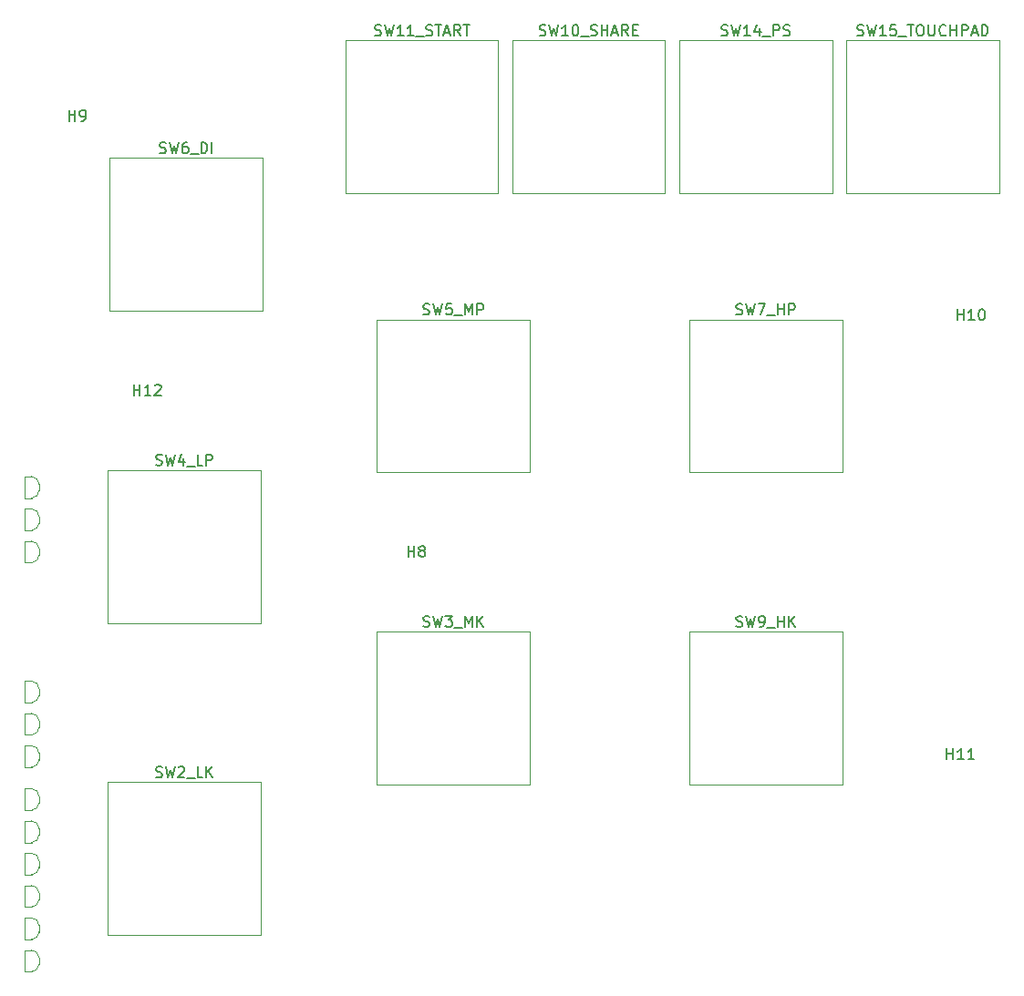
<source format=gbr>
%TF.GenerationSoftware,KiCad,Pcbnew,8.0.4*%
%TF.CreationDate,2024-07-29T15:22:08-07:00*%
%TF.ProjectId,3board_b,33626f61-7264-45f6-922e-6b696361645f,rev?*%
%TF.SameCoordinates,Original*%
%TF.FileFunction,Legend,Top*%
%TF.FilePolarity,Positive*%
%FSLAX46Y46*%
G04 Gerber Fmt 4.6, Leading zero omitted, Abs format (unit mm)*
G04 Created by KiCad (PCBNEW 8.0.4) date 2024-07-29 15:22:08*
%MOMM*%
%LPD*%
G01*
G04 APERTURE LIST*
G04 Aperture macros list*
%AMFreePoly0*
4,1,19,0.000000,0.744911,0.071157,0.744911,0.207708,0.704816,0.327430,0.627875,0.420627,0.520320,0.479746,0.390866,0.500000,0.250000,0.500000,-0.250000,0.479746,-0.390866,0.420627,-0.520320,0.327430,-0.627875,0.207708,-0.704816,0.071157,-0.744911,0.000000,-0.744911,0.000000,-0.750000,-0.500000,-0.750000,-0.500000,0.750000,0.000000,0.750000,0.000000,0.744911,0.000000,0.744911,
$1*%
G04 Aperture macros list end*
%ADD10C,0.150000*%
%ADD11C,0.120000*%
%ADD12C,1.750000*%
%ADD13C,3.050000*%
%ADD14C,4.000000*%
%ADD15C,2.500000*%
%ADD16FreePoly0,0.000000*%
%ADD17C,3.200000*%
G04 APERTURE END LIST*
D10*
X114549895Y-61407200D02*
X114692752Y-61454819D01*
X114692752Y-61454819D02*
X114930847Y-61454819D01*
X114930847Y-61454819D02*
X115026085Y-61407200D01*
X115026085Y-61407200D02*
X115073704Y-61359580D01*
X115073704Y-61359580D02*
X115121323Y-61264342D01*
X115121323Y-61264342D02*
X115121323Y-61169104D01*
X115121323Y-61169104D02*
X115073704Y-61073866D01*
X115073704Y-61073866D02*
X115026085Y-61026247D01*
X115026085Y-61026247D02*
X114930847Y-60978628D01*
X114930847Y-60978628D02*
X114740371Y-60931009D01*
X114740371Y-60931009D02*
X114645133Y-60883390D01*
X114645133Y-60883390D02*
X114597514Y-60835771D01*
X114597514Y-60835771D02*
X114549895Y-60740533D01*
X114549895Y-60740533D02*
X114549895Y-60645295D01*
X114549895Y-60645295D02*
X114597514Y-60550057D01*
X114597514Y-60550057D02*
X114645133Y-60502438D01*
X114645133Y-60502438D02*
X114740371Y-60454819D01*
X114740371Y-60454819D02*
X114978466Y-60454819D01*
X114978466Y-60454819D02*
X115121323Y-60502438D01*
X115454657Y-60454819D02*
X115692752Y-61454819D01*
X115692752Y-61454819D02*
X115883228Y-60740533D01*
X115883228Y-60740533D02*
X116073704Y-61454819D01*
X116073704Y-61454819D02*
X116311800Y-60454819D01*
X117121323Y-60788152D02*
X117121323Y-61454819D01*
X116883228Y-60407200D02*
X116645133Y-61121485D01*
X116645133Y-61121485D02*
X117264180Y-61121485D01*
X117407038Y-61550057D02*
X118168942Y-61550057D01*
X118883228Y-61454819D02*
X118407038Y-61454819D01*
X118407038Y-61454819D02*
X118407038Y-60454819D01*
X119216562Y-61454819D02*
X119216562Y-60454819D01*
X119216562Y-60454819D02*
X119597514Y-60454819D01*
X119597514Y-60454819D02*
X119692752Y-60502438D01*
X119692752Y-60502438D02*
X119740371Y-60550057D01*
X119740371Y-60550057D02*
X119787990Y-60645295D01*
X119787990Y-60645295D02*
X119787990Y-60788152D01*
X119787990Y-60788152D02*
X119740371Y-60883390D01*
X119740371Y-60883390D02*
X119692752Y-60931009D01*
X119692752Y-60931009D02*
X119597514Y-60978628D01*
X119597514Y-60978628D02*
X119216562Y-60978628D01*
X179663571Y-21487200D02*
X179806428Y-21534819D01*
X179806428Y-21534819D02*
X180044523Y-21534819D01*
X180044523Y-21534819D02*
X180139761Y-21487200D01*
X180139761Y-21487200D02*
X180187380Y-21439580D01*
X180187380Y-21439580D02*
X180234999Y-21344342D01*
X180234999Y-21344342D02*
X180234999Y-21249104D01*
X180234999Y-21249104D02*
X180187380Y-21153866D01*
X180187380Y-21153866D02*
X180139761Y-21106247D01*
X180139761Y-21106247D02*
X180044523Y-21058628D01*
X180044523Y-21058628D02*
X179854047Y-21011009D01*
X179854047Y-21011009D02*
X179758809Y-20963390D01*
X179758809Y-20963390D02*
X179711190Y-20915771D01*
X179711190Y-20915771D02*
X179663571Y-20820533D01*
X179663571Y-20820533D02*
X179663571Y-20725295D01*
X179663571Y-20725295D02*
X179711190Y-20630057D01*
X179711190Y-20630057D02*
X179758809Y-20582438D01*
X179758809Y-20582438D02*
X179854047Y-20534819D01*
X179854047Y-20534819D02*
X180092142Y-20534819D01*
X180092142Y-20534819D02*
X180234999Y-20582438D01*
X180568333Y-20534819D02*
X180806428Y-21534819D01*
X180806428Y-21534819D02*
X180996904Y-20820533D01*
X180996904Y-20820533D02*
X181187380Y-21534819D01*
X181187380Y-21534819D02*
X181425476Y-20534819D01*
X182330237Y-21534819D02*
X181758809Y-21534819D01*
X182044523Y-21534819D02*
X182044523Y-20534819D01*
X182044523Y-20534819D02*
X181949285Y-20677676D01*
X181949285Y-20677676D02*
X181854047Y-20772914D01*
X181854047Y-20772914D02*
X181758809Y-20820533D01*
X183234999Y-20534819D02*
X182758809Y-20534819D01*
X182758809Y-20534819D02*
X182711190Y-21011009D01*
X182711190Y-21011009D02*
X182758809Y-20963390D01*
X182758809Y-20963390D02*
X182854047Y-20915771D01*
X182854047Y-20915771D02*
X183092142Y-20915771D01*
X183092142Y-20915771D02*
X183187380Y-20963390D01*
X183187380Y-20963390D02*
X183234999Y-21011009D01*
X183234999Y-21011009D02*
X183282618Y-21106247D01*
X183282618Y-21106247D02*
X183282618Y-21344342D01*
X183282618Y-21344342D02*
X183234999Y-21439580D01*
X183234999Y-21439580D02*
X183187380Y-21487200D01*
X183187380Y-21487200D02*
X183092142Y-21534819D01*
X183092142Y-21534819D02*
X182854047Y-21534819D01*
X182854047Y-21534819D02*
X182758809Y-21487200D01*
X182758809Y-21487200D02*
X182711190Y-21439580D01*
X183473095Y-21630057D02*
X184234999Y-21630057D01*
X184330238Y-20534819D02*
X184901666Y-20534819D01*
X184615952Y-21534819D02*
X184615952Y-20534819D01*
X185425476Y-20534819D02*
X185615952Y-20534819D01*
X185615952Y-20534819D02*
X185711190Y-20582438D01*
X185711190Y-20582438D02*
X185806428Y-20677676D01*
X185806428Y-20677676D02*
X185854047Y-20868152D01*
X185854047Y-20868152D02*
X185854047Y-21201485D01*
X185854047Y-21201485D02*
X185806428Y-21391961D01*
X185806428Y-21391961D02*
X185711190Y-21487200D01*
X185711190Y-21487200D02*
X185615952Y-21534819D01*
X185615952Y-21534819D02*
X185425476Y-21534819D01*
X185425476Y-21534819D02*
X185330238Y-21487200D01*
X185330238Y-21487200D02*
X185235000Y-21391961D01*
X185235000Y-21391961D02*
X185187381Y-21201485D01*
X185187381Y-21201485D02*
X185187381Y-20868152D01*
X185187381Y-20868152D02*
X185235000Y-20677676D01*
X185235000Y-20677676D02*
X185330238Y-20582438D01*
X185330238Y-20582438D02*
X185425476Y-20534819D01*
X186282619Y-20534819D02*
X186282619Y-21344342D01*
X186282619Y-21344342D02*
X186330238Y-21439580D01*
X186330238Y-21439580D02*
X186377857Y-21487200D01*
X186377857Y-21487200D02*
X186473095Y-21534819D01*
X186473095Y-21534819D02*
X186663571Y-21534819D01*
X186663571Y-21534819D02*
X186758809Y-21487200D01*
X186758809Y-21487200D02*
X186806428Y-21439580D01*
X186806428Y-21439580D02*
X186854047Y-21344342D01*
X186854047Y-21344342D02*
X186854047Y-20534819D01*
X187901666Y-21439580D02*
X187854047Y-21487200D01*
X187854047Y-21487200D02*
X187711190Y-21534819D01*
X187711190Y-21534819D02*
X187615952Y-21534819D01*
X187615952Y-21534819D02*
X187473095Y-21487200D01*
X187473095Y-21487200D02*
X187377857Y-21391961D01*
X187377857Y-21391961D02*
X187330238Y-21296723D01*
X187330238Y-21296723D02*
X187282619Y-21106247D01*
X187282619Y-21106247D02*
X187282619Y-20963390D01*
X187282619Y-20963390D02*
X187330238Y-20772914D01*
X187330238Y-20772914D02*
X187377857Y-20677676D01*
X187377857Y-20677676D02*
X187473095Y-20582438D01*
X187473095Y-20582438D02*
X187615952Y-20534819D01*
X187615952Y-20534819D02*
X187711190Y-20534819D01*
X187711190Y-20534819D02*
X187854047Y-20582438D01*
X187854047Y-20582438D02*
X187901666Y-20630057D01*
X188330238Y-21534819D02*
X188330238Y-20534819D01*
X188330238Y-21011009D02*
X188901666Y-21011009D01*
X188901666Y-21534819D02*
X188901666Y-20534819D01*
X189377857Y-21534819D02*
X189377857Y-20534819D01*
X189377857Y-20534819D02*
X189758809Y-20534819D01*
X189758809Y-20534819D02*
X189854047Y-20582438D01*
X189854047Y-20582438D02*
X189901666Y-20630057D01*
X189901666Y-20630057D02*
X189949285Y-20725295D01*
X189949285Y-20725295D02*
X189949285Y-20868152D01*
X189949285Y-20868152D02*
X189901666Y-20963390D01*
X189901666Y-20963390D02*
X189854047Y-21011009D01*
X189854047Y-21011009D02*
X189758809Y-21058628D01*
X189758809Y-21058628D02*
X189377857Y-21058628D01*
X190330238Y-21249104D02*
X190806428Y-21249104D01*
X190235000Y-21534819D02*
X190568333Y-20534819D01*
X190568333Y-20534819D02*
X190901666Y-21534819D01*
X191235000Y-21534819D02*
X191235000Y-20534819D01*
X191235000Y-20534819D02*
X191473095Y-20534819D01*
X191473095Y-20534819D02*
X191615952Y-20582438D01*
X191615952Y-20582438D02*
X191711190Y-20677676D01*
X191711190Y-20677676D02*
X191758809Y-20772914D01*
X191758809Y-20772914D02*
X191806428Y-20963390D01*
X191806428Y-20963390D02*
X191806428Y-21106247D01*
X191806428Y-21106247D02*
X191758809Y-21296723D01*
X191758809Y-21296723D02*
X191711190Y-21391961D01*
X191711190Y-21391961D02*
X191615952Y-21487200D01*
X191615952Y-21487200D02*
X191473095Y-21534819D01*
X191473095Y-21534819D02*
X191235000Y-21534819D01*
X150163571Y-21487200D02*
X150306428Y-21534819D01*
X150306428Y-21534819D02*
X150544523Y-21534819D01*
X150544523Y-21534819D02*
X150639761Y-21487200D01*
X150639761Y-21487200D02*
X150687380Y-21439580D01*
X150687380Y-21439580D02*
X150734999Y-21344342D01*
X150734999Y-21344342D02*
X150734999Y-21249104D01*
X150734999Y-21249104D02*
X150687380Y-21153866D01*
X150687380Y-21153866D02*
X150639761Y-21106247D01*
X150639761Y-21106247D02*
X150544523Y-21058628D01*
X150544523Y-21058628D02*
X150354047Y-21011009D01*
X150354047Y-21011009D02*
X150258809Y-20963390D01*
X150258809Y-20963390D02*
X150211190Y-20915771D01*
X150211190Y-20915771D02*
X150163571Y-20820533D01*
X150163571Y-20820533D02*
X150163571Y-20725295D01*
X150163571Y-20725295D02*
X150211190Y-20630057D01*
X150211190Y-20630057D02*
X150258809Y-20582438D01*
X150258809Y-20582438D02*
X150354047Y-20534819D01*
X150354047Y-20534819D02*
X150592142Y-20534819D01*
X150592142Y-20534819D02*
X150734999Y-20582438D01*
X151068333Y-20534819D02*
X151306428Y-21534819D01*
X151306428Y-21534819D02*
X151496904Y-20820533D01*
X151496904Y-20820533D02*
X151687380Y-21534819D01*
X151687380Y-21534819D02*
X151925476Y-20534819D01*
X152830237Y-21534819D02*
X152258809Y-21534819D01*
X152544523Y-21534819D02*
X152544523Y-20534819D01*
X152544523Y-20534819D02*
X152449285Y-20677676D01*
X152449285Y-20677676D02*
X152354047Y-20772914D01*
X152354047Y-20772914D02*
X152258809Y-20820533D01*
X153449285Y-20534819D02*
X153544523Y-20534819D01*
X153544523Y-20534819D02*
X153639761Y-20582438D01*
X153639761Y-20582438D02*
X153687380Y-20630057D01*
X153687380Y-20630057D02*
X153734999Y-20725295D01*
X153734999Y-20725295D02*
X153782618Y-20915771D01*
X153782618Y-20915771D02*
X153782618Y-21153866D01*
X153782618Y-21153866D02*
X153734999Y-21344342D01*
X153734999Y-21344342D02*
X153687380Y-21439580D01*
X153687380Y-21439580D02*
X153639761Y-21487200D01*
X153639761Y-21487200D02*
X153544523Y-21534819D01*
X153544523Y-21534819D02*
X153449285Y-21534819D01*
X153449285Y-21534819D02*
X153354047Y-21487200D01*
X153354047Y-21487200D02*
X153306428Y-21439580D01*
X153306428Y-21439580D02*
X153258809Y-21344342D01*
X153258809Y-21344342D02*
X153211190Y-21153866D01*
X153211190Y-21153866D02*
X153211190Y-20915771D01*
X153211190Y-20915771D02*
X153258809Y-20725295D01*
X153258809Y-20725295D02*
X153306428Y-20630057D01*
X153306428Y-20630057D02*
X153354047Y-20582438D01*
X153354047Y-20582438D02*
X153449285Y-20534819D01*
X153973095Y-21630057D02*
X154734999Y-21630057D01*
X154925476Y-21487200D02*
X155068333Y-21534819D01*
X155068333Y-21534819D02*
X155306428Y-21534819D01*
X155306428Y-21534819D02*
X155401666Y-21487200D01*
X155401666Y-21487200D02*
X155449285Y-21439580D01*
X155449285Y-21439580D02*
X155496904Y-21344342D01*
X155496904Y-21344342D02*
X155496904Y-21249104D01*
X155496904Y-21249104D02*
X155449285Y-21153866D01*
X155449285Y-21153866D02*
X155401666Y-21106247D01*
X155401666Y-21106247D02*
X155306428Y-21058628D01*
X155306428Y-21058628D02*
X155115952Y-21011009D01*
X155115952Y-21011009D02*
X155020714Y-20963390D01*
X155020714Y-20963390D02*
X154973095Y-20915771D01*
X154973095Y-20915771D02*
X154925476Y-20820533D01*
X154925476Y-20820533D02*
X154925476Y-20725295D01*
X154925476Y-20725295D02*
X154973095Y-20630057D01*
X154973095Y-20630057D02*
X155020714Y-20582438D01*
X155020714Y-20582438D02*
X155115952Y-20534819D01*
X155115952Y-20534819D02*
X155354047Y-20534819D01*
X155354047Y-20534819D02*
X155496904Y-20582438D01*
X155925476Y-21534819D02*
X155925476Y-20534819D01*
X155925476Y-21011009D02*
X156496904Y-21011009D01*
X156496904Y-21534819D02*
X156496904Y-20534819D01*
X156925476Y-21249104D02*
X157401666Y-21249104D01*
X156830238Y-21534819D02*
X157163571Y-20534819D01*
X157163571Y-20534819D02*
X157496904Y-21534819D01*
X158401666Y-21534819D02*
X158068333Y-21058628D01*
X157830238Y-21534819D02*
X157830238Y-20534819D01*
X157830238Y-20534819D02*
X158211190Y-20534819D01*
X158211190Y-20534819D02*
X158306428Y-20582438D01*
X158306428Y-20582438D02*
X158354047Y-20630057D01*
X158354047Y-20630057D02*
X158401666Y-20725295D01*
X158401666Y-20725295D02*
X158401666Y-20868152D01*
X158401666Y-20868152D02*
X158354047Y-20963390D01*
X158354047Y-20963390D02*
X158306428Y-21011009D01*
X158306428Y-21011009D02*
X158211190Y-21058628D01*
X158211190Y-21058628D02*
X157830238Y-21058628D01*
X158830238Y-21011009D02*
X159163571Y-21011009D01*
X159306428Y-21534819D02*
X158830238Y-21534819D01*
X158830238Y-21534819D02*
X158830238Y-20534819D01*
X158830238Y-20534819D02*
X159306428Y-20534819D01*
X112496905Y-54954819D02*
X112496905Y-53954819D01*
X112496905Y-54431009D02*
X113068333Y-54431009D01*
X113068333Y-54954819D02*
X113068333Y-53954819D01*
X114068333Y-54954819D02*
X113496905Y-54954819D01*
X113782619Y-54954819D02*
X113782619Y-53954819D01*
X113782619Y-53954819D02*
X113687381Y-54097676D01*
X113687381Y-54097676D02*
X113592143Y-54192914D01*
X113592143Y-54192914D02*
X113496905Y-54240533D01*
X114449286Y-54050057D02*
X114496905Y-54002438D01*
X114496905Y-54002438D02*
X114592143Y-53954819D01*
X114592143Y-53954819D02*
X114830238Y-53954819D01*
X114830238Y-53954819D02*
X114925476Y-54002438D01*
X114925476Y-54002438D02*
X114973095Y-54050057D01*
X114973095Y-54050057D02*
X115020714Y-54145295D01*
X115020714Y-54145295D02*
X115020714Y-54240533D01*
X115020714Y-54240533D02*
X114973095Y-54383390D01*
X114973095Y-54383390D02*
X114401667Y-54954819D01*
X114401667Y-54954819D02*
X115020714Y-54954819D01*
X168430848Y-76407200D02*
X168573705Y-76454819D01*
X168573705Y-76454819D02*
X168811800Y-76454819D01*
X168811800Y-76454819D02*
X168907038Y-76407200D01*
X168907038Y-76407200D02*
X168954657Y-76359580D01*
X168954657Y-76359580D02*
X169002276Y-76264342D01*
X169002276Y-76264342D02*
X169002276Y-76169104D01*
X169002276Y-76169104D02*
X168954657Y-76073866D01*
X168954657Y-76073866D02*
X168907038Y-76026247D01*
X168907038Y-76026247D02*
X168811800Y-75978628D01*
X168811800Y-75978628D02*
X168621324Y-75931009D01*
X168621324Y-75931009D02*
X168526086Y-75883390D01*
X168526086Y-75883390D02*
X168478467Y-75835771D01*
X168478467Y-75835771D02*
X168430848Y-75740533D01*
X168430848Y-75740533D02*
X168430848Y-75645295D01*
X168430848Y-75645295D02*
X168478467Y-75550057D01*
X168478467Y-75550057D02*
X168526086Y-75502438D01*
X168526086Y-75502438D02*
X168621324Y-75454819D01*
X168621324Y-75454819D02*
X168859419Y-75454819D01*
X168859419Y-75454819D02*
X169002276Y-75502438D01*
X169335610Y-75454819D02*
X169573705Y-76454819D01*
X169573705Y-76454819D02*
X169764181Y-75740533D01*
X169764181Y-75740533D02*
X169954657Y-76454819D01*
X169954657Y-76454819D02*
X170192753Y-75454819D01*
X170621324Y-76454819D02*
X170811800Y-76454819D01*
X170811800Y-76454819D02*
X170907038Y-76407200D01*
X170907038Y-76407200D02*
X170954657Y-76359580D01*
X170954657Y-76359580D02*
X171049895Y-76216723D01*
X171049895Y-76216723D02*
X171097514Y-76026247D01*
X171097514Y-76026247D02*
X171097514Y-75645295D01*
X171097514Y-75645295D02*
X171049895Y-75550057D01*
X171049895Y-75550057D02*
X171002276Y-75502438D01*
X171002276Y-75502438D02*
X170907038Y-75454819D01*
X170907038Y-75454819D02*
X170716562Y-75454819D01*
X170716562Y-75454819D02*
X170621324Y-75502438D01*
X170621324Y-75502438D02*
X170573705Y-75550057D01*
X170573705Y-75550057D02*
X170526086Y-75645295D01*
X170526086Y-75645295D02*
X170526086Y-75883390D01*
X170526086Y-75883390D02*
X170573705Y-75978628D01*
X170573705Y-75978628D02*
X170621324Y-76026247D01*
X170621324Y-76026247D02*
X170716562Y-76073866D01*
X170716562Y-76073866D02*
X170907038Y-76073866D01*
X170907038Y-76073866D02*
X171002276Y-76026247D01*
X171002276Y-76026247D02*
X171049895Y-75978628D01*
X171049895Y-75978628D02*
X171097514Y-75883390D01*
X171287991Y-76550057D02*
X172049895Y-76550057D01*
X172287991Y-76454819D02*
X172287991Y-75454819D01*
X172287991Y-75931009D02*
X172859419Y-75931009D01*
X172859419Y-76454819D02*
X172859419Y-75454819D01*
X173335610Y-76454819D02*
X173335610Y-75454819D01*
X173907038Y-76454819D02*
X173478467Y-75883390D01*
X173907038Y-75454819D02*
X173335610Y-76026247D01*
X139383229Y-76407200D02*
X139526086Y-76454819D01*
X139526086Y-76454819D02*
X139764181Y-76454819D01*
X139764181Y-76454819D02*
X139859419Y-76407200D01*
X139859419Y-76407200D02*
X139907038Y-76359580D01*
X139907038Y-76359580D02*
X139954657Y-76264342D01*
X139954657Y-76264342D02*
X139954657Y-76169104D01*
X139954657Y-76169104D02*
X139907038Y-76073866D01*
X139907038Y-76073866D02*
X139859419Y-76026247D01*
X139859419Y-76026247D02*
X139764181Y-75978628D01*
X139764181Y-75978628D02*
X139573705Y-75931009D01*
X139573705Y-75931009D02*
X139478467Y-75883390D01*
X139478467Y-75883390D02*
X139430848Y-75835771D01*
X139430848Y-75835771D02*
X139383229Y-75740533D01*
X139383229Y-75740533D02*
X139383229Y-75645295D01*
X139383229Y-75645295D02*
X139430848Y-75550057D01*
X139430848Y-75550057D02*
X139478467Y-75502438D01*
X139478467Y-75502438D02*
X139573705Y-75454819D01*
X139573705Y-75454819D02*
X139811800Y-75454819D01*
X139811800Y-75454819D02*
X139954657Y-75502438D01*
X140287991Y-75454819D02*
X140526086Y-76454819D01*
X140526086Y-76454819D02*
X140716562Y-75740533D01*
X140716562Y-75740533D02*
X140907038Y-76454819D01*
X140907038Y-76454819D02*
X141145134Y-75454819D01*
X141430848Y-75454819D02*
X142049895Y-75454819D01*
X142049895Y-75454819D02*
X141716562Y-75835771D01*
X141716562Y-75835771D02*
X141859419Y-75835771D01*
X141859419Y-75835771D02*
X141954657Y-75883390D01*
X141954657Y-75883390D02*
X142002276Y-75931009D01*
X142002276Y-75931009D02*
X142049895Y-76026247D01*
X142049895Y-76026247D02*
X142049895Y-76264342D01*
X142049895Y-76264342D02*
X142002276Y-76359580D01*
X142002276Y-76359580D02*
X141954657Y-76407200D01*
X141954657Y-76407200D02*
X141859419Y-76454819D01*
X141859419Y-76454819D02*
X141573705Y-76454819D01*
X141573705Y-76454819D02*
X141478467Y-76407200D01*
X141478467Y-76407200D02*
X141430848Y-76359580D01*
X142240372Y-76550057D02*
X143002276Y-76550057D01*
X143240372Y-76454819D02*
X143240372Y-75454819D01*
X143240372Y-75454819D02*
X143573705Y-76169104D01*
X143573705Y-76169104D02*
X143907038Y-75454819D01*
X143907038Y-75454819D02*
X143907038Y-76454819D01*
X144383229Y-76454819D02*
X144383229Y-75454819D01*
X144954657Y-76454819D02*
X144526086Y-75883390D01*
X144954657Y-75454819D02*
X144383229Y-76026247D01*
X114549895Y-90407200D02*
X114692752Y-90454819D01*
X114692752Y-90454819D02*
X114930847Y-90454819D01*
X114930847Y-90454819D02*
X115026085Y-90407200D01*
X115026085Y-90407200D02*
X115073704Y-90359580D01*
X115073704Y-90359580D02*
X115121323Y-90264342D01*
X115121323Y-90264342D02*
X115121323Y-90169104D01*
X115121323Y-90169104D02*
X115073704Y-90073866D01*
X115073704Y-90073866D02*
X115026085Y-90026247D01*
X115026085Y-90026247D02*
X114930847Y-89978628D01*
X114930847Y-89978628D02*
X114740371Y-89931009D01*
X114740371Y-89931009D02*
X114645133Y-89883390D01*
X114645133Y-89883390D02*
X114597514Y-89835771D01*
X114597514Y-89835771D02*
X114549895Y-89740533D01*
X114549895Y-89740533D02*
X114549895Y-89645295D01*
X114549895Y-89645295D02*
X114597514Y-89550057D01*
X114597514Y-89550057D02*
X114645133Y-89502438D01*
X114645133Y-89502438D02*
X114740371Y-89454819D01*
X114740371Y-89454819D02*
X114978466Y-89454819D01*
X114978466Y-89454819D02*
X115121323Y-89502438D01*
X115454657Y-89454819D02*
X115692752Y-90454819D01*
X115692752Y-90454819D02*
X115883228Y-89740533D01*
X115883228Y-89740533D02*
X116073704Y-90454819D01*
X116073704Y-90454819D02*
X116311800Y-89454819D01*
X116645133Y-89550057D02*
X116692752Y-89502438D01*
X116692752Y-89502438D02*
X116787990Y-89454819D01*
X116787990Y-89454819D02*
X117026085Y-89454819D01*
X117026085Y-89454819D02*
X117121323Y-89502438D01*
X117121323Y-89502438D02*
X117168942Y-89550057D01*
X117168942Y-89550057D02*
X117216561Y-89645295D01*
X117216561Y-89645295D02*
X117216561Y-89740533D01*
X117216561Y-89740533D02*
X117168942Y-89883390D01*
X117168942Y-89883390D02*
X116597514Y-90454819D01*
X116597514Y-90454819D02*
X117216561Y-90454819D01*
X117407038Y-90550057D02*
X118168942Y-90550057D01*
X118883228Y-90454819D02*
X118407038Y-90454819D01*
X118407038Y-90454819D02*
X118407038Y-89454819D01*
X119216562Y-90454819D02*
X119216562Y-89454819D01*
X119787990Y-90454819D02*
X119359419Y-89883390D01*
X119787990Y-89454819D02*
X119216562Y-90026247D01*
X187996905Y-88754819D02*
X187996905Y-87754819D01*
X187996905Y-88231009D02*
X188568333Y-88231009D01*
X188568333Y-88754819D02*
X188568333Y-87754819D01*
X189568333Y-88754819D02*
X188996905Y-88754819D01*
X189282619Y-88754819D02*
X189282619Y-87754819D01*
X189282619Y-87754819D02*
X189187381Y-87897676D01*
X189187381Y-87897676D02*
X189092143Y-87992914D01*
X189092143Y-87992914D02*
X188996905Y-88040533D01*
X190520714Y-88754819D02*
X189949286Y-88754819D01*
X190235000Y-88754819D02*
X190235000Y-87754819D01*
X190235000Y-87754819D02*
X190139762Y-87897676D01*
X190139762Y-87897676D02*
X190044524Y-87992914D01*
X190044524Y-87992914D02*
X189949286Y-88040533D01*
X137973095Y-69954819D02*
X137973095Y-68954819D01*
X137973095Y-69431009D02*
X138544523Y-69431009D01*
X138544523Y-69954819D02*
X138544523Y-68954819D01*
X139163571Y-69383390D02*
X139068333Y-69335771D01*
X139068333Y-69335771D02*
X139020714Y-69288152D01*
X139020714Y-69288152D02*
X138973095Y-69192914D01*
X138973095Y-69192914D02*
X138973095Y-69145295D01*
X138973095Y-69145295D02*
X139020714Y-69050057D01*
X139020714Y-69050057D02*
X139068333Y-69002438D01*
X139068333Y-69002438D02*
X139163571Y-68954819D01*
X139163571Y-68954819D02*
X139354047Y-68954819D01*
X139354047Y-68954819D02*
X139449285Y-69002438D01*
X139449285Y-69002438D02*
X139496904Y-69050057D01*
X139496904Y-69050057D02*
X139544523Y-69145295D01*
X139544523Y-69145295D02*
X139544523Y-69192914D01*
X139544523Y-69192914D02*
X139496904Y-69288152D01*
X139496904Y-69288152D02*
X139449285Y-69335771D01*
X139449285Y-69335771D02*
X139354047Y-69383390D01*
X139354047Y-69383390D02*
X139163571Y-69383390D01*
X139163571Y-69383390D02*
X139068333Y-69431009D01*
X139068333Y-69431009D02*
X139020714Y-69478628D01*
X139020714Y-69478628D02*
X138973095Y-69573866D01*
X138973095Y-69573866D02*
X138973095Y-69764342D01*
X138973095Y-69764342D02*
X139020714Y-69859580D01*
X139020714Y-69859580D02*
X139068333Y-69907200D01*
X139068333Y-69907200D02*
X139163571Y-69954819D01*
X139163571Y-69954819D02*
X139354047Y-69954819D01*
X139354047Y-69954819D02*
X139449285Y-69907200D01*
X139449285Y-69907200D02*
X139496904Y-69859580D01*
X139496904Y-69859580D02*
X139544523Y-69764342D01*
X139544523Y-69764342D02*
X139544523Y-69573866D01*
X139544523Y-69573866D02*
X139496904Y-69478628D01*
X139496904Y-69478628D02*
X139449285Y-69431009D01*
X139449285Y-69431009D02*
X139354047Y-69383390D01*
X139383229Y-47407200D02*
X139526086Y-47454819D01*
X139526086Y-47454819D02*
X139764181Y-47454819D01*
X139764181Y-47454819D02*
X139859419Y-47407200D01*
X139859419Y-47407200D02*
X139907038Y-47359580D01*
X139907038Y-47359580D02*
X139954657Y-47264342D01*
X139954657Y-47264342D02*
X139954657Y-47169104D01*
X139954657Y-47169104D02*
X139907038Y-47073866D01*
X139907038Y-47073866D02*
X139859419Y-47026247D01*
X139859419Y-47026247D02*
X139764181Y-46978628D01*
X139764181Y-46978628D02*
X139573705Y-46931009D01*
X139573705Y-46931009D02*
X139478467Y-46883390D01*
X139478467Y-46883390D02*
X139430848Y-46835771D01*
X139430848Y-46835771D02*
X139383229Y-46740533D01*
X139383229Y-46740533D02*
X139383229Y-46645295D01*
X139383229Y-46645295D02*
X139430848Y-46550057D01*
X139430848Y-46550057D02*
X139478467Y-46502438D01*
X139478467Y-46502438D02*
X139573705Y-46454819D01*
X139573705Y-46454819D02*
X139811800Y-46454819D01*
X139811800Y-46454819D02*
X139954657Y-46502438D01*
X140287991Y-46454819D02*
X140526086Y-47454819D01*
X140526086Y-47454819D02*
X140716562Y-46740533D01*
X140716562Y-46740533D02*
X140907038Y-47454819D01*
X140907038Y-47454819D02*
X141145134Y-46454819D01*
X142002276Y-46454819D02*
X141526086Y-46454819D01*
X141526086Y-46454819D02*
X141478467Y-46931009D01*
X141478467Y-46931009D02*
X141526086Y-46883390D01*
X141526086Y-46883390D02*
X141621324Y-46835771D01*
X141621324Y-46835771D02*
X141859419Y-46835771D01*
X141859419Y-46835771D02*
X141954657Y-46883390D01*
X141954657Y-46883390D02*
X142002276Y-46931009D01*
X142002276Y-46931009D02*
X142049895Y-47026247D01*
X142049895Y-47026247D02*
X142049895Y-47264342D01*
X142049895Y-47264342D02*
X142002276Y-47359580D01*
X142002276Y-47359580D02*
X141954657Y-47407200D01*
X141954657Y-47407200D02*
X141859419Y-47454819D01*
X141859419Y-47454819D02*
X141621324Y-47454819D01*
X141621324Y-47454819D02*
X141526086Y-47407200D01*
X141526086Y-47407200D02*
X141478467Y-47359580D01*
X142240372Y-47550057D02*
X143002276Y-47550057D01*
X143240372Y-47454819D02*
X143240372Y-46454819D01*
X143240372Y-46454819D02*
X143573705Y-47169104D01*
X143573705Y-47169104D02*
X143907038Y-46454819D01*
X143907038Y-46454819D02*
X143907038Y-47454819D01*
X144383229Y-47454819D02*
X144383229Y-46454819D01*
X144383229Y-46454819D02*
X144764181Y-46454819D01*
X144764181Y-46454819D02*
X144859419Y-46502438D01*
X144859419Y-46502438D02*
X144907038Y-46550057D01*
X144907038Y-46550057D02*
X144954657Y-46645295D01*
X144954657Y-46645295D02*
X144954657Y-46788152D01*
X144954657Y-46788152D02*
X144907038Y-46883390D01*
X144907038Y-46883390D02*
X144859419Y-46931009D01*
X144859419Y-46931009D02*
X144764181Y-46978628D01*
X144764181Y-46978628D02*
X144383229Y-46978628D01*
X167068333Y-21487200D02*
X167211190Y-21534819D01*
X167211190Y-21534819D02*
X167449285Y-21534819D01*
X167449285Y-21534819D02*
X167544523Y-21487200D01*
X167544523Y-21487200D02*
X167592142Y-21439580D01*
X167592142Y-21439580D02*
X167639761Y-21344342D01*
X167639761Y-21344342D02*
X167639761Y-21249104D01*
X167639761Y-21249104D02*
X167592142Y-21153866D01*
X167592142Y-21153866D02*
X167544523Y-21106247D01*
X167544523Y-21106247D02*
X167449285Y-21058628D01*
X167449285Y-21058628D02*
X167258809Y-21011009D01*
X167258809Y-21011009D02*
X167163571Y-20963390D01*
X167163571Y-20963390D02*
X167115952Y-20915771D01*
X167115952Y-20915771D02*
X167068333Y-20820533D01*
X167068333Y-20820533D02*
X167068333Y-20725295D01*
X167068333Y-20725295D02*
X167115952Y-20630057D01*
X167115952Y-20630057D02*
X167163571Y-20582438D01*
X167163571Y-20582438D02*
X167258809Y-20534819D01*
X167258809Y-20534819D02*
X167496904Y-20534819D01*
X167496904Y-20534819D02*
X167639761Y-20582438D01*
X167973095Y-20534819D02*
X168211190Y-21534819D01*
X168211190Y-21534819D02*
X168401666Y-20820533D01*
X168401666Y-20820533D02*
X168592142Y-21534819D01*
X168592142Y-21534819D02*
X168830238Y-20534819D01*
X169734999Y-21534819D02*
X169163571Y-21534819D01*
X169449285Y-21534819D02*
X169449285Y-20534819D01*
X169449285Y-20534819D02*
X169354047Y-20677676D01*
X169354047Y-20677676D02*
X169258809Y-20772914D01*
X169258809Y-20772914D02*
X169163571Y-20820533D01*
X170592142Y-20868152D02*
X170592142Y-21534819D01*
X170354047Y-20487200D02*
X170115952Y-21201485D01*
X170115952Y-21201485D02*
X170734999Y-21201485D01*
X170877857Y-21630057D02*
X171639761Y-21630057D01*
X171877857Y-21534819D02*
X171877857Y-20534819D01*
X171877857Y-20534819D02*
X172258809Y-20534819D01*
X172258809Y-20534819D02*
X172354047Y-20582438D01*
X172354047Y-20582438D02*
X172401666Y-20630057D01*
X172401666Y-20630057D02*
X172449285Y-20725295D01*
X172449285Y-20725295D02*
X172449285Y-20868152D01*
X172449285Y-20868152D02*
X172401666Y-20963390D01*
X172401666Y-20963390D02*
X172354047Y-21011009D01*
X172354047Y-21011009D02*
X172258809Y-21058628D01*
X172258809Y-21058628D02*
X171877857Y-21058628D01*
X172830238Y-21487200D02*
X172973095Y-21534819D01*
X172973095Y-21534819D02*
X173211190Y-21534819D01*
X173211190Y-21534819D02*
X173306428Y-21487200D01*
X173306428Y-21487200D02*
X173354047Y-21439580D01*
X173354047Y-21439580D02*
X173401666Y-21344342D01*
X173401666Y-21344342D02*
X173401666Y-21249104D01*
X173401666Y-21249104D02*
X173354047Y-21153866D01*
X173354047Y-21153866D02*
X173306428Y-21106247D01*
X173306428Y-21106247D02*
X173211190Y-21058628D01*
X173211190Y-21058628D02*
X173020714Y-21011009D01*
X173020714Y-21011009D02*
X172925476Y-20963390D01*
X172925476Y-20963390D02*
X172877857Y-20915771D01*
X172877857Y-20915771D02*
X172830238Y-20820533D01*
X172830238Y-20820533D02*
X172830238Y-20725295D01*
X172830238Y-20725295D02*
X172877857Y-20630057D01*
X172877857Y-20630057D02*
X172925476Y-20582438D01*
X172925476Y-20582438D02*
X173020714Y-20534819D01*
X173020714Y-20534819D02*
X173258809Y-20534819D01*
X173258809Y-20534819D02*
X173401666Y-20582438D01*
X114896876Y-32407761D02*
X115039733Y-32455380D01*
X115039733Y-32455380D02*
X115277828Y-32455380D01*
X115277828Y-32455380D02*
X115373066Y-32407761D01*
X115373066Y-32407761D02*
X115420685Y-32360141D01*
X115420685Y-32360141D02*
X115468304Y-32264903D01*
X115468304Y-32264903D02*
X115468304Y-32169665D01*
X115468304Y-32169665D02*
X115420685Y-32074427D01*
X115420685Y-32074427D02*
X115373066Y-32026808D01*
X115373066Y-32026808D02*
X115277828Y-31979189D01*
X115277828Y-31979189D02*
X115087352Y-31931570D01*
X115087352Y-31931570D02*
X114992114Y-31883951D01*
X114992114Y-31883951D02*
X114944495Y-31836332D01*
X114944495Y-31836332D02*
X114896876Y-31741094D01*
X114896876Y-31741094D02*
X114896876Y-31645856D01*
X114896876Y-31645856D02*
X114944495Y-31550618D01*
X114944495Y-31550618D02*
X114992114Y-31502999D01*
X114992114Y-31502999D02*
X115087352Y-31455380D01*
X115087352Y-31455380D02*
X115325447Y-31455380D01*
X115325447Y-31455380D02*
X115468304Y-31502999D01*
X115801638Y-31455380D02*
X116039733Y-32455380D01*
X116039733Y-32455380D02*
X116230209Y-31741094D01*
X116230209Y-31741094D02*
X116420685Y-32455380D01*
X116420685Y-32455380D02*
X116658781Y-31455380D01*
X117468304Y-31455380D02*
X117277828Y-31455380D01*
X117277828Y-31455380D02*
X117182590Y-31502999D01*
X117182590Y-31502999D02*
X117134971Y-31550618D01*
X117134971Y-31550618D02*
X117039733Y-31693475D01*
X117039733Y-31693475D02*
X116992114Y-31883951D01*
X116992114Y-31883951D02*
X116992114Y-32264903D01*
X116992114Y-32264903D02*
X117039733Y-32360141D01*
X117039733Y-32360141D02*
X117087352Y-32407761D01*
X117087352Y-32407761D02*
X117182590Y-32455380D01*
X117182590Y-32455380D02*
X117373066Y-32455380D01*
X117373066Y-32455380D02*
X117468304Y-32407761D01*
X117468304Y-32407761D02*
X117515923Y-32360141D01*
X117515923Y-32360141D02*
X117563542Y-32264903D01*
X117563542Y-32264903D02*
X117563542Y-32026808D01*
X117563542Y-32026808D02*
X117515923Y-31931570D01*
X117515923Y-31931570D02*
X117468304Y-31883951D01*
X117468304Y-31883951D02*
X117373066Y-31836332D01*
X117373066Y-31836332D02*
X117182590Y-31836332D01*
X117182590Y-31836332D02*
X117087352Y-31883951D01*
X117087352Y-31883951D02*
X117039733Y-31931570D01*
X117039733Y-31931570D02*
X116992114Y-32026808D01*
X117754019Y-32550618D02*
X118515923Y-32550618D01*
X118754019Y-32455380D02*
X118754019Y-31455380D01*
X118754019Y-31455380D02*
X118992114Y-31455380D01*
X118992114Y-31455380D02*
X119134971Y-31502999D01*
X119134971Y-31502999D02*
X119230209Y-31598237D01*
X119230209Y-31598237D02*
X119277828Y-31693475D01*
X119277828Y-31693475D02*
X119325447Y-31883951D01*
X119325447Y-31883951D02*
X119325447Y-32026808D01*
X119325447Y-32026808D02*
X119277828Y-32217284D01*
X119277828Y-32217284D02*
X119230209Y-32312522D01*
X119230209Y-32312522D02*
X119134971Y-32407761D01*
X119134971Y-32407761D02*
X118992114Y-32455380D01*
X118992114Y-32455380D02*
X118754019Y-32455380D01*
X119754019Y-32455380D02*
X119754019Y-31455380D01*
X188996905Y-47954819D02*
X188996905Y-46954819D01*
X188996905Y-47431009D02*
X189568333Y-47431009D01*
X189568333Y-47954819D02*
X189568333Y-46954819D01*
X190568333Y-47954819D02*
X189996905Y-47954819D01*
X190282619Y-47954819D02*
X190282619Y-46954819D01*
X190282619Y-46954819D02*
X190187381Y-47097676D01*
X190187381Y-47097676D02*
X190092143Y-47192914D01*
X190092143Y-47192914D02*
X189996905Y-47240533D01*
X191187381Y-46954819D02*
X191282619Y-46954819D01*
X191282619Y-46954819D02*
X191377857Y-47002438D01*
X191377857Y-47002438D02*
X191425476Y-47050057D01*
X191425476Y-47050057D02*
X191473095Y-47145295D01*
X191473095Y-47145295D02*
X191520714Y-47335771D01*
X191520714Y-47335771D02*
X191520714Y-47573866D01*
X191520714Y-47573866D02*
X191473095Y-47764342D01*
X191473095Y-47764342D02*
X191425476Y-47859580D01*
X191425476Y-47859580D02*
X191377857Y-47907200D01*
X191377857Y-47907200D02*
X191282619Y-47954819D01*
X191282619Y-47954819D02*
X191187381Y-47954819D01*
X191187381Y-47954819D02*
X191092143Y-47907200D01*
X191092143Y-47907200D02*
X191044524Y-47859580D01*
X191044524Y-47859580D02*
X190996905Y-47764342D01*
X190996905Y-47764342D02*
X190949286Y-47573866D01*
X190949286Y-47573866D02*
X190949286Y-47335771D01*
X190949286Y-47335771D02*
X190996905Y-47145295D01*
X190996905Y-47145295D02*
X191044524Y-47050057D01*
X191044524Y-47050057D02*
X191092143Y-47002438D01*
X191092143Y-47002438D02*
X191187381Y-46954819D01*
X168430848Y-47407200D02*
X168573705Y-47454819D01*
X168573705Y-47454819D02*
X168811800Y-47454819D01*
X168811800Y-47454819D02*
X168907038Y-47407200D01*
X168907038Y-47407200D02*
X168954657Y-47359580D01*
X168954657Y-47359580D02*
X169002276Y-47264342D01*
X169002276Y-47264342D02*
X169002276Y-47169104D01*
X169002276Y-47169104D02*
X168954657Y-47073866D01*
X168954657Y-47073866D02*
X168907038Y-47026247D01*
X168907038Y-47026247D02*
X168811800Y-46978628D01*
X168811800Y-46978628D02*
X168621324Y-46931009D01*
X168621324Y-46931009D02*
X168526086Y-46883390D01*
X168526086Y-46883390D02*
X168478467Y-46835771D01*
X168478467Y-46835771D02*
X168430848Y-46740533D01*
X168430848Y-46740533D02*
X168430848Y-46645295D01*
X168430848Y-46645295D02*
X168478467Y-46550057D01*
X168478467Y-46550057D02*
X168526086Y-46502438D01*
X168526086Y-46502438D02*
X168621324Y-46454819D01*
X168621324Y-46454819D02*
X168859419Y-46454819D01*
X168859419Y-46454819D02*
X169002276Y-46502438D01*
X169335610Y-46454819D02*
X169573705Y-47454819D01*
X169573705Y-47454819D02*
X169764181Y-46740533D01*
X169764181Y-46740533D02*
X169954657Y-47454819D01*
X169954657Y-47454819D02*
X170192753Y-46454819D01*
X170478467Y-46454819D02*
X171145133Y-46454819D01*
X171145133Y-46454819D02*
X170716562Y-47454819D01*
X171287991Y-47550057D02*
X172049895Y-47550057D01*
X172287991Y-47454819D02*
X172287991Y-46454819D01*
X172287991Y-46931009D02*
X172859419Y-46931009D01*
X172859419Y-47454819D02*
X172859419Y-46454819D01*
X173335610Y-47454819D02*
X173335610Y-46454819D01*
X173335610Y-46454819D02*
X173716562Y-46454819D01*
X173716562Y-46454819D02*
X173811800Y-46502438D01*
X173811800Y-46502438D02*
X173859419Y-46550057D01*
X173859419Y-46550057D02*
X173907038Y-46645295D01*
X173907038Y-46645295D02*
X173907038Y-46788152D01*
X173907038Y-46788152D02*
X173859419Y-46883390D01*
X173859419Y-46883390D02*
X173811800Y-46931009D01*
X173811800Y-46931009D02*
X173716562Y-46978628D01*
X173716562Y-46978628D02*
X173335610Y-46978628D01*
X106473095Y-29454819D02*
X106473095Y-28454819D01*
X106473095Y-28931009D02*
X107044523Y-28931009D01*
X107044523Y-29454819D02*
X107044523Y-28454819D01*
X107568333Y-29454819D02*
X107758809Y-29454819D01*
X107758809Y-29454819D02*
X107854047Y-29407200D01*
X107854047Y-29407200D02*
X107901666Y-29359580D01*
X107901666Y-29359580D02*
X107996904Y-29216723D01*
X107996904Y-29216723D02*
X108044523Y-29026247D01*
X108044523Y-29026247D02*
X108044523Y-28645295D01*
X108044523Y-28645295D02*
X107996904Y-28550057D01*
X107996904Y-28550057D02*
X107949285Y-28502438D01*
X107949285Y-28502438D02*
X107854047Y-28454819D01*
X107854047Y-28454819D02*
X107663571Y-28454819D01*
X107663571Y-28454819D02*
X107568333Y-28502438D01*
X107568333Y-28502438D02*
X107520714Y-28550057D01*
X107520714Y-28550057D02*
X107473095Y-28645295D01*
X107473095Y-28645295D02*
X107473095Y-28883390D01*
X107473095Y-28883390D02*
X107520714Y-28978628D01*
X107520714Y-28978628D02*
X107568333Y-29026247D01*
X107568333Y-29026247D02*
X107663571Y-29073866D01*
X107663571Y-29073866D02*
X107854047Y-29073866D01*
X107854047Y-29073866D02*
X107949285Y-29026247D01*
X107949285Y-29026247D02*
X107996904Y-28978628D01*
X107996904Y-28978628D02*
X108044523Y-28883390D01*
X134877857Y-21487200D02*
X135020714Y-21534819D01*
X135020714Y-21534819D02*
X135258809Y-21534819D01*
X135258809Y-21534819D02*
X135354047Y-21487200D01*
X135354047Y-21487200D02*
X135401666Y-21439580D01*
X135401666Y-21439580D02*
X135449285Y-21344342D01*
X135449285Y-21344342D02*
X135449285Y-21249104D01*
X135449285Y-21249104D02*
X135401666Y-21153866D01*
X135401666Y-21153866D02*
X135354047Y-21106247D01*
X135354047Y-21106247D02*
X135258809Y-21058628D01*
X135258809Y-21058628D02*
X135068333Y-21011009D01*
X135068333Y-21011009D02*
X134973095Y-20963390D01*
X134973095Y-20963390D02*
X134925476Y-20915771D01*
X134925476Y-20915771D02*
X134877857Y-20820533D01*
X134877857Y-20820533D02*
X134877857Y-20725295D01*
X134877857Y-20725295D02*
X134925476Y-20630057D01*
X134925476Y-20630057D02*
X134973095Y-20582438D01*
X134973095Y-20582438D02*
X135068333Y-20534819D01*
X135068333Y-20534819D02*
X135306428Y-20534819D01*
X135306428Y-20534819D02*
X135449285Y-20582438D01*
X135782619Y-20534819D02*
X136020714Y-21534819D01*
X136020714Y-21534819D02*
X136211190Y-20820533D01*
X136211190Y-20820533D02*
X136401666Y-21534819D01*
X136401666Y-21534819D02*
X136639762Y-20534819D01*
X137544523Y-21534819D02*
X136973095Y-21534819D01*
X137258809Y-21534819D02*
X137258809Y-20534819D01*
X137258809Y-20534819D02*
X137163571Y-20677676D01*
X137163571Y-20677676D02*
X137068333Y-20772914D01*
X137068333Y-20772914D02*
X136973095Y-20820533D01*
X138496904Y-21534819D02*
X137925476Y-21534819D01*
X138211190Y-21534819D02*
X138211190Y-20534819D01*
X138211190Y-20534819D02*
X138115952Y-20677676D01*
X138115952Y-20677676D02*
X138020714Y-20772914D01*
X138020714Y-20772914D02*
X137925476Y-20820533D01*
X138687381Y-21630057D02*
X139449285Y-21630057D01*
X139639762Y-21487200D02*
X139782619Y-21534819D01*
X139782619Y-21534819D02*
X140020714Y-21534819D01*
X140020714Y-21534819D02*
X140115952Y-21487200D01*
X140115952Y-21487200D02*
X140163571Y-21439580D01*
X140163571Y-21439580D02*
X140211190Y-21344342D01*
X140211190Y-21344342D02*
X140211190Y-21249104D01*
X140211190Y-21249104D02*
X140163571Y-21153866D01*
X140163571Y-21153866D02*
X140115952Y-21106247D01*
X140115952Y-21106247D02*
X140020714Y-21058628D01*
X140020714Y-21058628D02*
X139830238Y-21011009D01*
X139830238Y-21011009D02*
X139735000Y-20963390D01*
X139735000Y-20963390D02*
X139687381Y-20915771D01*
X139687381Y-20915771D02*
X139639762Y-20820533D01*
X139639762Y-20820533D02*
X139639762Y-20725295D01*
X139639762Y-20725295D02*
X139687381Y-20630057D01*
X139687381Y-20630057D02*
X139735000Y-20582438D01*
X139735000Y-20582438D02*
X139830238Y-20534819D01*
X139830238Y-20534819D02*
X140068333Y-20534819D01*
X140068333Y-20534819D02*
X140211190Y-20582438D01*
X140496905Y-20534819D02*
X141068333Y-20534819D01*
X140782619Y-21534819D02*
X140782619Y-20534819D01*
X141354048Y-21249104D02*
X141830238Y-21249104D01*
X141258810Y-21534819D02*
X141592143Y-20534819D01*
X141592143Y-20534819D02*
X141925476Y-21534819D01*
X142830238Y-21534819D02*
X142496905Y-21058628D01*
X142258810Y-21534819D02*
X142258810Y-20534819D01*
X142258810Y-20534819D02*
X142639762Y-20534819D01*
X142639762Y-20534819D02*
X142735000Y-20582438D01*
X142735000Y-20582438D02*
X142782619Y-20630057D01*
X142782619Y-20630057D02*
X142830238Y-20725295D01*
X142830238Y-20725295D02*
X142830238Y-20868152D01*
X142830238Y-20868152D02*
X142782619Y-20963390D01*
X142782619Y-20963390D02*
X142735000Y-21011009D01*
X142735000Y-21011009D02*
X142639762Y-21058628D01*
X142639762Y-21058628D02*
X142258810Y-21058628D01*
X143115953Y-20534819D02*
X143687381Y-20534819D01*
X143401667Y-21534819D02*
X143401667Y-20534819D01*
D11*
%TO.C,SW4_LP*%
X110068943Y-61900000D02*
X110068943Y-76100000D01*
X110068943Y-76100000D02*
X124268943Y-76100000D01*
X124268943Y-61900000D02*
X110068943Y-61900000D01*
X124268943Y-76100000D02*
X124268943Y-61900000D01*
%TO.C,SW15_TOUCHPAD*%
X178635000Y-21980000D02*
X178635000Y-36180000D01*
X178635000Y-36180000D02*
X192835000Y-36180000D01*
X192835000Y-21980000D02*
X178635000Y-21980000D01*
X192835000Y-36180000D02*
X192835000Y-21980000D01*
%TO.C,JP15*%
X102397500Y-87500000D02*
X102997500Y-87500000D01*
X102397500Y-89500000D02*
X102397500Y-87500000D01*
X102997500Y-89500000D02*
X102397500Y-89500000D01*
X103697500Y-88200000D02*
X103697500Y-88800000D01*
X102997500Y-87500000D02*
G75*
G02*
X103697500Y-88200000I0J-700000D01*
G01*
X103697500Y-88800000D02*
G75*
G02*
X102997500Y-89500000I-700000J0D01*
G01*
%TO.C,JP18*%
X102397500Y-106500000D02*
X102997500Y-106500000D01*
X102397500Y-108500000D02*
X102397500Y-106500000D01*
X102997500Y-108500000D02*
X102397500Y-108500000D01*
X103697500Y-107200000D02*
X103697500Y-107800000D01*
X102997500Y-106500000D02*
G75*
G02*
X103697500Y-107200000I0J-700000D01*
G01*
X103697500Y-107800000D02*
G75*
G02*
X102997500Y-108500000I-700000J0D01*
G01*
%TO.C,SW10_SHARE*%
X147635000Y-21980000D02*
X147635000Y-36180000D01*
X147635000Y-36180000D02*
X161835000Y-36180000D01*
X161835000Y-21980000D02*
X147635000Y-21980000D01*
X161835000Y-36180000D02*
X161835000Y-21980000D01*
%TO.C,JP20*%
X102397500Y-100500000D02*
X102997500Y-100500000D01*
X102397500Y-102500000D02*
X102397500Y-100500000D01*
X102997500Y-102500000D02*
X102397500Y-102500000D01*
X103697500Y-101200000D02*
X103697500Y-101800000D01*
X102997500Y-100500000D02*
G75*
G02*
X103697500Y-101200000I0J-700000D01*
G01*
X103697500Y-101800000D02*
G75*
G02*
X102997500Y-102500000I-700000J0D01*
G01*
%TO.C,JP19*%
X102397500Y-103500000D02*
X102997500Y-103500000D01*
X102397500Y-105500000D02*
X102397500Y-103500000D01*
X102997500Y-105500000D02*
X102397500Y-105500000D01*
X103697500Y-104200000D02*
X103697500Y-104800000D01*
X102997500Y-103500000D02*
G75*
G02*
X103697500Y-104200000I0J-700000D01*
G01*
X103697500Y-104800000D02*
G75*
G02*
X102997500Y-105500000I-700000J0D01*
G01*
%TO.C,JP21*%
X102397500Y-65500000D02*
X102997500Y-65500000D01*
X102397500Y-67500000D02*
X102397500Y-65500000D01*
X102997500Y-67500000D02*
X102397500Y-67500000D01*
X103697500Y-66200000D02*
X103697500Y-66800000D01*
X102997500Y-65500000D02*
G75*
G02*
X103697500Y-66200000I0J-700000D01*
G01*
X103697500Y-66800000D02*
G75*
G02*
X102997500Y-67500000I-700000J0D01*
G01*
%TO.C,SW9_HK*%
X164068943Y-76900000D02*
X164068943Y-91100000D01*
X164068943Y-91100000D02*
X178268943Y-91100000D01*
X178268943Y-76900000D02*
X164068943Y-76900000D01*
X178268943Y-91100000D02*
X178268943Y-76900000D01*
%TO.C,JP26*%
X102397500Y-97500000D02*
X102997500Y-97500000D01*
X102397500Y-99500000D02*
X102397500Y-97500000D01*
X102997500Y-99500000D02*
X102397500Y-99500000D01*
X103697500Y-98200000D02*
X103697500Y-98800000D01*
X102997500Y-97500000D02*
G75*
G02*
X103697500Y-98200000I0J-700000D01*
G01*
X103697500Y-98800000D02*
G75*
G02*
X102997500Y-99500000I-700000J0D01*
G01*
%TO.C,JP17*%
X102397500Y-91500000D02*
X102997500Y-91500000D01*
X102397500Y-93500000D02*
X102397500Y-91500000D01*
X102997500Y-93500000D02*
X102397500Y-93500000D01*
X103697500Y-92200000D02*
X103697500Y-92800000D01*
X102997500Y-91500000D02*
G75*
G02*
X103697500Y-92200000I0J-700000D01*
G01*
X103697500Y-92800000D02*
G75*
G02*
X102997500Y-93500000I-700000J0D01*
G01*
%TO.C,SW3_MK*%
X135068943Y-76900000D02*
X135068943Y-91100000D01*
X135068943Y-91100000D02*
X149268943Y-91100000D01*
X149268943Y-76900000D02*
X135068943Y-76900000D01*
X149268943Y-91100000D02*
X149268943Y-76900000D01*
%TO.C,JP22*%
X102397500Y-68500000D02*
X102997500Y-68500000D01*
X102397500Y-70500000D02*
X102397500Y-68500000D01*
X102997500Y-70500000D02*
X102397500Y-70500000D01*
X103697500Y-69200000D02*
X103697500Y-69800000D01*
X102997500Y-68500000D02*
G75*
G02*
X103697500Y-69200000I0J-700000D01*
G01*
X103697500Y-69800000D02*
G75*
G02*
X102997500Y-70500000I-700000J0D01*
G01*
%TO.C,JP24*%
X102397500Y-84500000D02*
X102997500Y-84500000D01*
X102397500Y-86500000D02*
X102397500Y-84500000D01*
X102997500Y-86500000D02*
X102397500Y-86500000D01*
X103697500Y-85200000D02*
X103697500Y-85800000D01*
X102997500Y-84500000D02*
G75*
G02*
X103697500Y-85200000I0J-700000D01*
G01*
X103697500Y-85800000D02*
G75*
G02*
X102997500Y-86500000I-700000J0D01*
G01*
%TO.C,SW2_LK*%
X110068943Y-90900000D02*
X110068943Y-105100000D01*
X110068943Y-105100000D02*
X124268943Y-105100000D01*
X124268943Y-90900000D02*
X110068943Y-90900000D01*
X124268943Y-105100000D02*
X124268943Y-90900000D01*
%TO.C,SW5_MP*%
X135068943Y-47900000D02*
X135068943Y-62100000D01*
X135068943Y-62100000D02*
X149268943Y-62100000D01*
X149268943Y-47900000D02*
X135068943Y-47900000D01*
X149268943Y-62100000D02*
X149268943Y-47900000D01*
%TO.C,SW14_PS*%
X163135000Y-21980000D02*
X163135000Y-36180000D01*
X163135000Y-36180000D02*
X177335000Y-36180000D01*
X177335000Y-21980000D02*
X163135000Y-21980000D01*
X177335000Y-36180000D02*
X177335000Y-21980000D01*
%TO.C,SW6_DI*%
X110249257Y-32900561D02*
X110249257Y-47100561D01*
X110249257Y-47100561D02*
X124449257Y-47100561D01*
X124449257Y-32900561D02*
X110249257Y-32900561D01*
X124449257Y-47100561D02*
X124449257Y-32900561D01*
%TO.C,JP27*%
X102397500Y-94500000D02*
X102997500Y-94500000D01*
X102397500Y-96500000D02*
X102397500Y-94500000D01*
X102997500Y-96500000D02*
X102397500Y-96500000D01*
X103697500Y-95200000D02*
X103697500Y-95800000D01*
X102997500Y-94500000D02*
G75*
G02*
X103697500Y-95200000I0J-700000D01*
G01*
X103697500Y-95800000D02*
G75*
G02*
X102997500Y-96500000I-700000J0D01*
G01*
%TO.C,SW7_HP*%
X164068943Y-47900000D02*
X164068943Y-62100000D01*
X164068943Y-62100000D02*
X178268943Y-62100000D01*
X178268943Y-47900000D02*
X164068943Y-47900000D01*
X178268943Y-62100000D02*
X178268943Y-47900000D01*
%TO.C,JP25*%
X102397500Y-62500000D02*
X102997500Y-62500000D01*
X102397500Y-64500000D02*
X102397500Y-62500000D01*
X102997500Y-64500000D02*
X102397500Y-64500000D01*
X103697500Y-63200000D02*
X103697500Y-63800000D01*
X102997500Y-62500000D02*
G75*
G02*
X103697500Y-63200000I0J-700000D01*
G01*
X103697500Y-63800000D02*
G75*
G02*
X102997500Y-64500000I-700000J0D01*
G01*
%TO.C,JP23*%
X102397500Y-81500000D02*
X102997500Y-81500000D01*
X102397500Y-83500000D02*
X102397500Y-81500000D01*
X102997500Y-83500000D02*
X102397500Y-83500000D01*
X103697500Y-82200000D02*
X103697500Y-82800000D01*
X102997500Y-81500000D02*
G75*
G02*
X103697500Y-82200000I0J-700000D01*
G01*
X103697500Y-82800000D02*
G75*
G02*
X102997500Y-83500000I-700000J0D01*
G01*
%TO.C,SW11_START*%
X132135000Y-21980000D02*
X132135000Y-36180000D01*
X132135000Y-36180000D02*
X146335000Y-36180000D01*
X146335000Y-21980000D02*
X132135000Y-21980000D01*
X146335000Y-36180000D02*
X146335000Y-21980000D01*
%TD*%
%LPC*%
D12*
%TO.C,SW4_LP*%
X112088943Y-69000000D03*
D13*
X113358943Y-66460000D03*
D14*
X117168943Y-69000000D03*
D13*
X119708943Y-63920000D03*
D12*
X122248943Y-69000000D03*
%TD*%
%TO.C,SW15_TOUCHPAD*%
X180655000Y-29080000D03*
D14*
X185735000Y-29080000D03*
D12*
X190815000Y-29080000D03*
D15*
X181925000Y-26540000D03*
X188275000Y-24000000D03*
%TD*%
D16*
%TO.C,JP15*%
X102947500Y-88500000D03*
%TD*%
%TO.C,JP18*%
X102947500Y-107500000D03*
%TD*%
D12*
%TO.C,SW10_SHARE*%
X149655000Y-29080000D03*
D14*
X154735000Y-29080000D03*
D12*
X159815000Y-29080000D03*
D15*
X150925000Y-26540000D03*
X157275000Y-24000000D03*
%TD*%
D17*
%TO.C,H12*%
X108735000Y-54500000D03*
%TD*%
D16*
%TO.C,JP20*%
X102947500Y-101500000D03*
%TD*%
%TO.C,JP19*%
X102947500Y-104500000D03*
%TD*%
%TO.C,JP21*%
X102947500Y-66500000D03*
%TD*%
D12*
%TO.C,SW9_HK*%
X166088943Y-84000000D03*
D13*
X167358943Y-81460000D03*
D14*
X171168943Y-84000000D03*
D13*
X173708943Y-78920000D03*
D12*
X176248943Y-84000000D03*
%TD*%
D16*
%TO.C,JP26*%
X102947500Y-98500000D03*
%TD*%
%TO.C,JP17*%
X102947500Y-92500000D03*
%TD*%
D12*
%TO.C,SW3_MK*%
X137088943Y-84000000D03*
D13*
X138358943Y-81460000D03*
D14*
X142168943Y-84000000D03*
D13*
X144708943Y-78920000D03*
D12*
X147248943Y-84000000D03*
%TD*%
D16*
%TO.C,JP22*%
X102947500Y-69500000D03*
%TD*%
%TO.C,JP24*%
X102947500Y-85500000D03*
%TD*%
D12*
%TO.C,SW2_LK*%
X112088943Y-98000000D03*
D13*
X113358943Y-95460000D03*
D14*
X117168943Y-98000000D03*
D13*
X119708943Y-92920000D03*
D12*
X122248943Y-98000000D03*
%TD*%
D17*
%TO.C,H11*%
X189235000Y-92500000D03*
%TD*%
%TO.C,H8*%
X133735000Y-69500000D03*
%TD*%
D12*
%TO.C,SW5_MP*%
X137088943Y-55000000D03*
D13*
X138358943Y-52460000D03*
D14*
X142168943Y-55000000D03*
D13*
X144708943Y-49920000D03*
D12*
X147248943Y-55000000D03*
%TD*%
%TO.C,SW14_PS*%
X165155000Y-29080000D03*
D14*
X170235000Y-29080000D03*
D12*
X175315000Y-29080000D03*
D15*
X166425000Y-26540000D03*
X172775000Y-24000000D03*
%TD*%
D12*
%TO.C,SW6_DI*%
X112269257Y-40000561D03*
D13*
X113539257Y-37460561D03*
D14*
X117349257Y-40000561D03*
D13*
X119889257Y-34920561D03*
D12*
X122429257Y-40000561D03*
%TD*%
D16*
%TO.C,JP27*%
X102947500Y-95500000D03*
%TD*%
D17*
%TO.C,H10*%
X190235000Y-43000000D03*
%TD*%
D12*
%TO.C,SW7_HP*%
X166088943Y-55000000D03*
D13*
X167358943Y-52460000D03*
D14*
X171168943Y-55000000D03*
D13*
X173708943Y-49920000D03*
D12*
X176248943Y-55000000D03*
%TD*%
D16*
%TO.C,JP25*%
X102947500Y-63500000D03*
%TD*%
D17*
%TO.C,H9*%
X107235000Y-24500000D03*
%TD*%
D16*
%TO.C,JP23*%
X102947500Y-82500000D03*
%TD*%
D12*
%TO.C,SW11_START*%
X134155000Y-29080000D03*
D14*
X139235000Y-29080000D03*
D12*
X144315000Y-29080000D03*
D15*
X135425000Y-26540000D03*
X141775000Y-24000000D03*
%TD*%
%LPD*%
M02*

</source>
